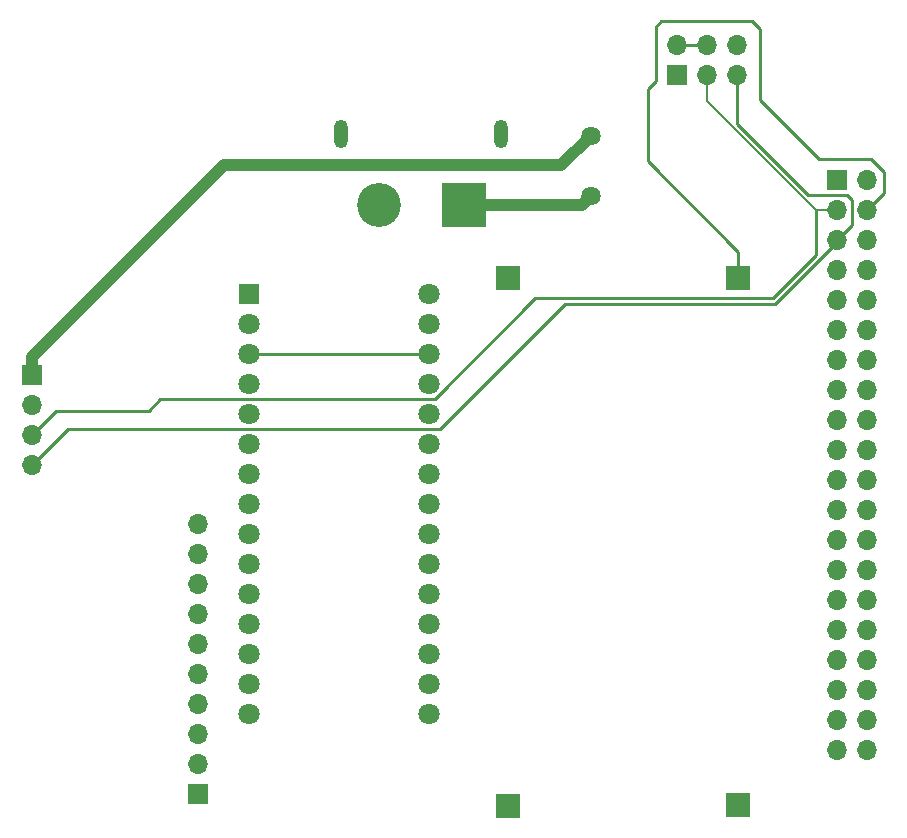
<source format=gbr>
%TF.GenerationSoftware,KiCad,Pcbnew,7.0.2-0*%
%TF.CreationDate,2024-01-24T17:58:37-05:00*%
%TF.ProjectId,Pi_HAT_V4_Simple,50695f48-4154-45f5-9634-5f53696d706c,rev?*%
%TF.SameCoordinates,Original*%
%TF.FileFunction,Copper,L1,Top*%
%TF.FilePolarity,Positive*%
%FSLAX46Y46*%
G04 Gerber Fmt 4.6, Leading zero omitted, Abs format (unit mm)*
G04 Created by KiCad (PCBNEW 7.0.2-0) date 2024-01-24 17:58:37*
%MOMM*%
%LPD*%
G01*
G04 APERTURE LIST*
%TA.AperFunction,ComponentPad*%
%ADD10C,1.635000*%
%TD*%
%TA.AperFunction,ComponentPad*%
%ADD11C,1.800000*%
%TD*%
%TA.AperFunction,ComponentPad*%
%ADD12R,1.800000X1.800000*%
%TD*%
%TA.AperFunction,ComponentPad*%
%ADD13R,1.700000X1.700000*%
%TD*%
%TA.AperFunction,ComponentPad*%
%ADD14O,1.700000X1.700000*%
%TD*%
%TA.AperFunction,ComponentPad*%
%ADD15R,3.716000X3.716000*%
%TD*%
%TA.AperFunction,ComponentPad*%
%ADD16C,3.716000*%
%TD*%
%TA.AperFunction,ComponentPad*%
%ADD17O,1.200000X2.400000*%
%TD*%
%TA.AperFunction,ComponentPad*%
%ADD18R,2.000000X2.000000*%
%TD*%
%TA.AperFunction,Conductor*%
%ADD19C,1.000000*%
%TD*%
%TA.AperFunction,Conductor*%
%ADD20C,0.250000*%
%TD*%
%TA.AperFunction,Conductor*%
%ADD21C,0.200000*%
%TD*%
G04 APERTURE END LIST*
D10*
%TO.P,S1,1,1*%
%TO.N,/12Vin*%
X130149600Y-80746600D03*
%TO.P,S1,3,3*%
%TO.N,/12Vout*%
X130149600Y-75666600D03*
%TD*%
D11*
%TO.P,TB1,30,VIN*%
%TO.N,unconnected-(TB1-VIN-Pad30)*%
X116492300Y-89077800D03*
%TO.P,TB1,29,COM/GND*%
%TO.N,GND*%
X116492300Y-91617800D03*
%TO.P,TB1,28,RESET*%
%TO.N,unconnected-(TB1-RESET-Pad28)*%
X116492300Y-94157800D03*
%TO.P,TB1,27,+5V*%
%TO.N,unconnected-(TB1-+5V-Pad27)*%
X116492300Y-96697800D03*
%TO.P,TB1,26,A7*%
%TO.N,unconnected-(TB1-A7-Pad26)*%
X116492300Y-99237800D03*
%TO.P,TB1,25,A6*%
%TO.N,unconnected-(TB1-A6-Pad25)*%
X116492300Y-101777800D03*
%TO.P,TB1,24,A5*%
%TO.N,/SCLN*%
X116492300Y-104317800D03*
%TO.P,TB1,23,A4*%
%TO.N,/SDAN*%
X116492300Y-106857800D03*
%TO.P,TB1,22,A3*%
%TO.N,unconnected-(TB1-A3-Pad22)*%
X116492300Y-109397800D03*
%TO.P,TB1,21,A2*%
%TO.N,unconnected-(TB1-A2-Pad21)*%
X116492300Y-111937800D03*
%TO.P,TB1,20,A1*%
%TO.N,unconnected-(TB1-A1-Pad20)*%
X116492300Y-114477800D03*
%TO.P,TB1,19,A0*%
%TO.N,unconnected-(TB1-A0-Pad19)*%
X116492300Y-117017800D03*
%TO.P,TB1,18,AREF*%
%TO.N,unconnected-(TB1-AREF-Pad18)*%
X116492300Y-119557800D03*
%TO.P,TB1,17,3V3*%
%TO.N,/3.3VN*%
X116492300Y-122097800D03*
%TO.P,TB1,16,D13/SCK*%
%TO.N,unconnected-(TB1-D13{slash}SCK-Pad16)*%
X116492300Y-124637800D03*
%TO.P,TB1,15,D12/MISO*%
%TO.N,unconnected-(TB1-D12{slash}MISO-Pad15)*%
X101252300Y-124637800D03*
%TO.P,TB1,14,D11/MOSI*%
%TO.N,unconnected-(TB1-D11{slash}MOSI-Pad14)*%
X101252300Y-122097800D03*
%TO.P,TB1,13,D10*%
%TO.N,unconnected-(TB1-D10-Pad13)*%
X101252300Y-119557800D03*
%TO.P,TB1,12,D9*%
%TO.N,unconnected-(TB1-D9-Pad12)*%
X101252300Y-117017800D03*
%TO.P,TB1,11,D8*%
%TO.N,unconnected-(TB1-D8-Pad11)*%
X101252300Y-114477800D03*
%TO.P,TB1,10,D7*%
%TO.N,unconnected-(TB1-D7-Pad10)*%
X101252300Y-111937800D03*
%TO.P,TB1,9,D6*%
%TO.N,unconnected-(TB1-D6-Pad9)*%
X101252300Y-109397800D03*
%TO.P,TB1,8,D5*%
%TO.N,unconnected-(TB1-D5-Pad8)*%
X101252300Y-106857800D03*
%TO.P,TB1,7,D4*%
%TO.N,unconnected-(TB1-D4-Pad7)*%
X101252300Y-104317800D03*
%TO.P,TB1,6,D3*%
%TO.N,unconnected-(TB1-D3-Pad6)*%
X101252300Y-101777800D03*
%TO.P,TB1,5,D2*%
%TO.N,unconnected-(TB1-D2-Pad5)*%
X101252300Y-99237800D03*
%TO.P,TB1,4,COM/GND*%
%TO.N,GND*%
X101252300Y-96697800D03*
%TO.P,TB1,3,RESET*%
%TO.N,unconnected-(TB1-RESET-Pad28)*%
X101252300Y-94157800D03*
%TO.P,TB1,2,D0/RX*%
%TO.N,unconnected-(TB1-D0{slash}RX-Pad2)*%
X101252300Y-91617800D03*
D12*
%TO.P,TB1,1,D1/TX*%
%TO.N,unconnected-(TB1-D1{slash}TX-Pad1)*%
X101252300Y-89077800D03*
%TD*%
D13*
%TO.P,J3,1,Pin_1*%
%TO.N,/3.3V*%
X137475000Y-70525000D03*
D14*
%TO.P,J3,2,Pin_2*%
%TO.N,/5V*%
X137475000Y-67985000D03*
%TO.P,J3,3,Pin_3*%
%TO.N,/SDA*%
X140015000Y-70525000D03*
%TO.P,J3,4,Pin_4*%
%TO.N,/5V*%
X140015000Y-67985000D03*
%TO.P,J3,5,Pin_5*%
%TO.N,/SCL*%
X142555000Y-70525000D03*
%TO.P,J3,6,Pin_6*%
%TO.N,GND*%
X142555000Y-67985000D03*
%TD*%
%TO.P,J1,10,Pin_10*%
%TO.N,unconnected-(J1-Pin_10-Pad10)*%
X96956800Y-108543800D03*
%TO.P,J1,9,Pin_9*%
%TO.N,unconnected-(J1-Pin_9-Pad9)*%
X96956800Y-111083800D03*
%TO.P,J1,8,Pin_8*%
%TO.N,unconnected-(J1-Pin_8-Pad8)*%
X96956800Y-113623800D03*
%TO.P,J1,7,Pin_7*%
%TO.N,unconnected-(J1-Pin_7-Pad7)*%
X96956800Y-116163800D03*
%TO.P,J1,6,Pin_6*%
%TO.N,unconnected-(J1-Pin_6-Pad6)*%
X96956800Y-118703800D03*
%TO.P,J1,5,Pin_5*%
%TO.N,unconnected-(J1-Pin_5-Pad5)*%
X96956800Y-121243800D03*
%TO.P,J1,4,Pin_4*%
%TO.N,/SDAN*%
X96956800Y-123783800D03*
%TO.P,J1,3,Pin_3*%
%TO.N,/SCLN*%
X96956800Y-126323800D03*
%TO.P,J1,2,Pin_2*%
%TO.N,GND*%
X96956800Y-128863800D03*
D13*
%TO.P,J1,1,Pin_1*%
%TO.N,/3.3VN*%
X96956800Y-131403800D03*
%TD*%
%TO.P,J2,1,Pin_1*%
%TO.N,/3.3V*%
X151000000Y-79400000D03*
D14*
%TO.P,J2,2,Pin_2*%
%TO.N,/5V*%
X153540000Y-79400000D03*
%TO.P,J2,3,Pin_3*%
%TO.N,/SDA*%
X151000000Y-81940000D03*
%TO.P,J2,4,Pin_4*%
%TO.N,/5V*%
X153540000Y-81940000D03*
%TO.P,J2,5,Pin_5*%
%TO.N,/SCL*%
X151000000Y-84480000D03*
%TO.P,J2,6,Pin_6*%
%TO.N,GND*%
X153540000Y-84480000D03*
%TO.P,J2,7,Pin_7*%
%TO.N,unconnected-(J2-Pin_7-Pad7)*%
X151000000Y-87020000D03*
%TO.P,J2,8,Pin_8*%
%TO.N,unconnected-(J2-Pin_8-Pad8)*%
X153540000Y-87020000D03*
%TO.P,J2,9,Pin_9*%
%TO.N,unconnected-(J2-Pin_9-Pad9)*%
X151000000Y-89560000D03*
%TO.P,J2,10,Pin_10*%
%TO.N,unconnected-(J2-Pin_10-Pad10)*%
X153540000Y-89560000D03*
%TO.P,J2,11,Pin_11*%
%TO.N,unconnected-(J2-Pin_11-Pad11)*%
X151000000Y-92100000D03*
%TO.P,J2,12,Pin_12*%
%TO.N,unconnected-(J2-Pin_12-Pad12)*%
X153540000Y-92100000D03*
%TO.P,J2,13,Pin_13*%
%TO.N,unconnected-(J2-Pin_13-Pad13)*%
X151000000Y-94640000D03*
%TO.P,J2,14,Pin_14*%
%TO.N,unconnected-(J2-Pin_14-Pad14)*%
X153540000Y-94640000D03*
%TO.P,J2,15,Pin_15*%
%TO.N,unconnected-(J2-Pin_15-Pad15)*%
X151000000Y-97180000D03*
%TO.P,J2,16,Pin_16*%
%TO.N,unconnected-(J2-Pin_16-Pad16)*%
X153540000Y-97180000D03*
%TO.P,J2,17,Pin_17*%
%TO.N,unconnected-(J2-Pin_17-Pad17)*%
X151000000Y-99720000D03*
%TO.P,J2,18,Pin_18*%
%TO.N,unconnected-(J2-Pin_18-Pad18)*%
X153540000Y-99720000D03*
%TO.P,J2,19,Pin_19*%
%TO.N,unconnected-(J2-Pin_19-Pad19)*%
X151000000Y-102260000D03*
%TO.P,J2,20,Pin_20*%
%TO.N,unconnected-(J2-Pin_20-Pad20)*%
X153540000Y-102260000D03*
%TO.P,J2,21,Pin_21*%
%TO.N,unconnected-(J2-Pin_21-Pad21)*%
X151000000Y-104800000D03*
%TO.P,J2,22,Pin_22*%
%TO.N,unconnected-(J2-Pin_22-Pad22)*%
X153540000Y-104800000D03*
%TO.P,J2,23,Pin_23*%
%TO.N,unconnected-(J2-Pin_23-Pad23)*%
X151000000Y-107340000D03*
%TO.P,J2,24,Pin_24*%
%TO.N,unconnected-(J2-Pin_24-Pad24)*%
X153540000Y-107340000D03*
%TO.P,J2,25,Pin_25*%
%TO.N,unconnected-(J2-Pin_25-Pad25)*%
X151000000Y-109880000D03*
%TO.P,J2,26,Pin_26*%
%TO.N,unconnected-(J2-Pin_26-Pad26)*%
X153540000Y-109880000D03*
%TO.P,J2,27,Pin_27*%
%TO.N,unconnected-(J2-Pin_27-Pad27)*%
X151000000Y-112420000D03*
%TO.P,J2,28,Pin_28*%
%TO.N,unconnected-(J2-Pin_28-Pad28)*%
X153540000Y-112420000D03*
%TO.P,J2,29,Pin_29*%
%TO.N,unconnected-(J2-Pin_29-Pad29)*%
X151000000Y-114960000D03*
%TO.P,J2,30,Pin_30*%
%TO.N,unconnected-(J2-Pin_30-Pad30)*%
X153540000Y-114960000D03*
%TO.P,J2,31,Pin_31*%
%TO.N,unconnected-(J2-Pin_31-Pad31)*%
X151000000Y-117500000D03*
%TO.P,J2,32,Pin_32*%
%TO.N,unconnected-(J2-Pin_32-Pad32)*%
X153540000Y-117500000D03*
%TO.P,J2,33,Pin_33*%
%TO.N,unconnected-(J2-Pin_33-Pad33)*%
X151000000Y-120040000D03*
%TO.P,J2,34,Pin_34*%
%TO.N,unconnected-(J2-Pin_34-Pad34)*%
X153540000Y-120040000D03*
%TO.P,J2,35,Pin_35*%
%TO.N,unconnected-(J2-Pin_35-Pad35)*%
X151000000Y-122580000D03*
%TO.P,J2,36,Pin_36*%
%TO.N,unconnected-(J2-Pin_36-Pad36)*%
X153540000Y-122580000D03*
%TO.P,J2,37,Pin_37*%
%TO.N,unconnected-(J2-Pin_37-Pad37)*%
X151000000Y-125120000D03*
%TO.P,J2,38,Pin_38*%
%TO.N,unconnected-(J2-Pin_38-Pad38)*%
X153540000Y-125120000D03*
%TO.P,J2,39,Pin_39*%
%TO.N,unconnected-(J2-Pin_39-Pad39)*%
X151000000Y-127660000D03*
%TO.P,J2,40,Pin_40*%
%TO.N,unconnected-(J2-Pin_40-Pad40)*%
X153540000Y-127660000D03*
%TD*%
D15*
%TO.P,J5,1,+*%
%TO.N,/12Vin*%
X119398600Y-81489200D03*
D16*
%TO.P,J5,2,-*%
%TO.N,GND*%
X112198600Y-81489200D03*
D17*
%TO.P,J5,S1*%
%TO.N,N/C*%
X122548600Y-75489200D03*
%TO.P,J5,S2*%
X109048600Y-75489200D03*
%TD*%
D13*
%TO.P,J7,1,Pin_1*%
%TO.N,/12Vout*%
X82829400Y-95935800D03*
D14*
%TO.P,J7,2,Pin_2*%
%TO.N,GND*%
X82829400Y-98475800D03*
%TO.P,J7,3,Pin_3*%
%TO.N,/SDA*%
X82829400Y-101015800D03*
%TO.P,J7,4,Pin_4*%
%TO.N,/SCL*%
X82829400Y-103555800D03*
%TD*%
D18*
%TO.P,U1,1,IN+*%
%TO.N,/12Vout*%
X142595600Y-132308600D03*
%TO.P,U1,2,IN-*%
%TO.N,GND*%
X123143600Y-132422600D03*
%TO.P,U1,3,OUT+*%
%TO.N,/5V*%
X142643600Y-87672600D03*
%TO.P,U1,4,OUT-*%
%TO.N,GND*%
X123143600Y-87672600D03*
%TD*%
D19*
%TO.N,/12Vin*%
X119398600Y-81489200D02*
X129407000Y-81489200D01*
X129407000Y-81489200D02*
X130149600Y-80746600D01*
%TO.N,/12Vout*%
X130149600Y-75666600D02*
X127685800Y-78130400D01*
X82829400Y-94386400D02*
X82829400Y-95935800D01*
X127685800Y-78130400D02*
X99085400Y-78130400D01*
X99085400Y-78130400D02*
X82829400Y-94386400D01*
D20*
%TO.N,/SCL*%
X82829400Y-103555800D02*
X85877400Y-100507800D01*
X85877400Y-100507800D02*
X117398800Y-100507800D01*
X145779196Y-89883400D02*
X151000000Y-84662596D01*
X117398800Y-100507800D02*
X128023200Y-89883400D01*
X128023200Y-89883400D02*
X145779196Y-89883400D01*
X151000000Y-84662596D02*
X151000000Y-84480000D01*
X151000000Y-84480000D02*
X152273000Y-83207000D01*
X152273000Y-83207000D02*
X152273000Y-81102200D01*
X152273000Y-81102200D02*
X151866600Y-80695800D01*
X151866600Y-80695800D02*
X148596840Y-80695800D01*
X148596840Y-80695800D02*
X142555000Y-74653960D01*
X142555000Y-74653960D02*
X142555000Y-70525000D01*
%TO.N,/SDA*%
X82829400Y-101015800D02*
X84919400Y-98925800D01*
X84919400Y-98925800D02*
X92768000Y-98925800D01*
X92768000Y-98925800D02*
X93726000Y-97967800D01*
X149240000Y-85786200D02*
X149240000Y-81940000D01*
X93726000Y-97967800D02*
X116954712Y-97967800D01*
X116954712Y-97967800D02*
X125489112Y-89433400D01*
X125489112Y-89433400D02*
X145592800Y-89433400D01*
X145592800Y-89433400D02*
X149240000Y-85786200D01*
%TO.N,unconnected-(TB1-RESET-Pad28)*%
X101252300Y-94157800D02*
X116492300Y-94157800D01*
%TO.N,/5V*%
X137475000Y-67985000D02*
X140015000Y-67985000D01*
X153540000Y-81940000D02*
X154965400Y-80514600D01*
X154965400Y-78714600D02*
X153898600Y-77647800D01*
X144475200Y-72669400D02*
X144475200Y-66624200D01*
X134975600Y-71704200D02*
X134975600Y-77825600D01*
X134975600Y-77825600D02*
X142643600Y-85493600D01*
X153898600Y-77647800D02*
X149453600Y-77647800D01*
X135661400Y-71018400D02*
X134975600Y-71704200D01*
X149453600Y-77647800D02*
X144475200Y-72669400D01*
X136144000Y-65963800D02*
X135661400Y-66446400D01*
X135661400Y-66446400D02*
X135661400Y-71018400D01*
X143814800Y-65963800D02*
X136144000Y-65963800D01*
X144475200Y-66624200D02*
X143814800Y-65963800D01*
X142643600Y-85493600D02*
X142643600Y-87672600D01*
X154965400Y-80514600D02*
X154965400Y-78714600D01*
D21*
%TO.N,/SDA*%
X140015000Y-70525000D02*
X140015000Y-72715000D01*
X140015000Y-72715000D02*
X149240000Y-81940000D01*
X149240000Y-81940000D02*
X151000000Y-81940000D01*
%TD*%
M02*

</source>
